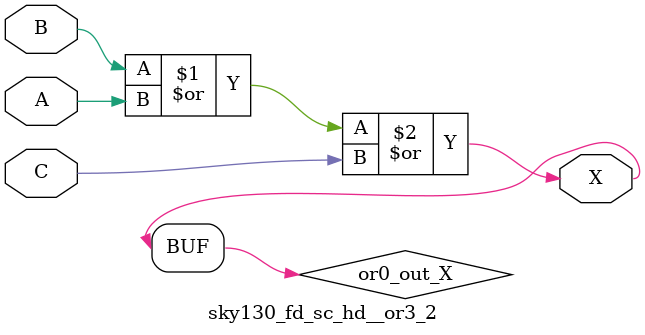
<source format=v>
module sky130_fd_sc_hd__or3_2 (
    X,
    A,
    B,
    C
);
    output X;
    input  A;
    input  B;
    input  C;
    wire or0_out_X;
    or  or0  (or0_out_X, B, A, C        );
    buf buf0 (X        , or0_out_X      );
endmodule
</source>
